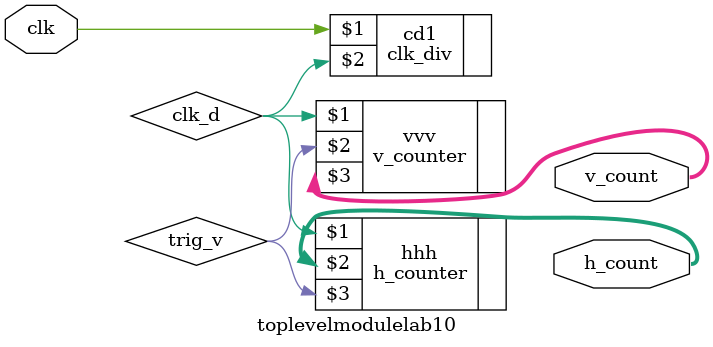
<source format=v>
module toplevelmodulelab10(clk, h_count, v_count);
    input clk;
    output [9:0] h_count;
    output [9:0] v_count;
    wire clk_d;
    wire trig_v;
    clk_div cd1(clk, clk_d);
    h_counter hhh(clk_d, h_count, trig_v);
    v_counter vvv(clk_d, trig_v, v_count);
endmodule
</source>
